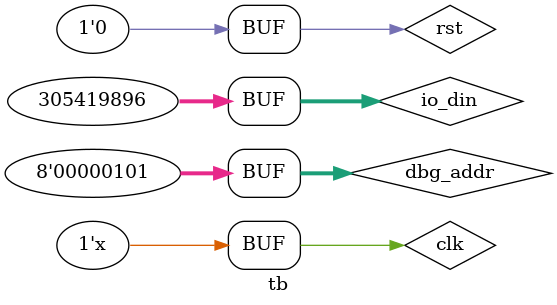
<source format=v>
`timescale 1ns / 1ps


module tb();
    reg         clk;
    reg         rst;
    reg  [31:0] io_din;
    reg  [7:0]  dbg_addr;
    wire [7:0]  io_addr;
    wire [31:0] io_dout;
    wire        io_we;
    wire [31:0] rf_data;
    wire [31:0] m_data;
    cpu test_cpu (
        .clk      (clk),
        .rst      (rst),
        .io_din   (io_din),
        .dbg_addr (dbg_addr),
        .io_addr  (io_addr),
        .io_dout  (io_dout),
        .io_we    (io_we),
        .rf_data  (rf_data),
        .m_data   (m_data)
    );
    
    initial begin
        clk      = 1'b0;
        rst      = 1'b1;
        io_din   = 32'h12345678;
        dbg_addr = 8'h5;
        #3
        rst      = 1'b0;
    end

    always #1 clk = ~clk;
endmodule

</source>
